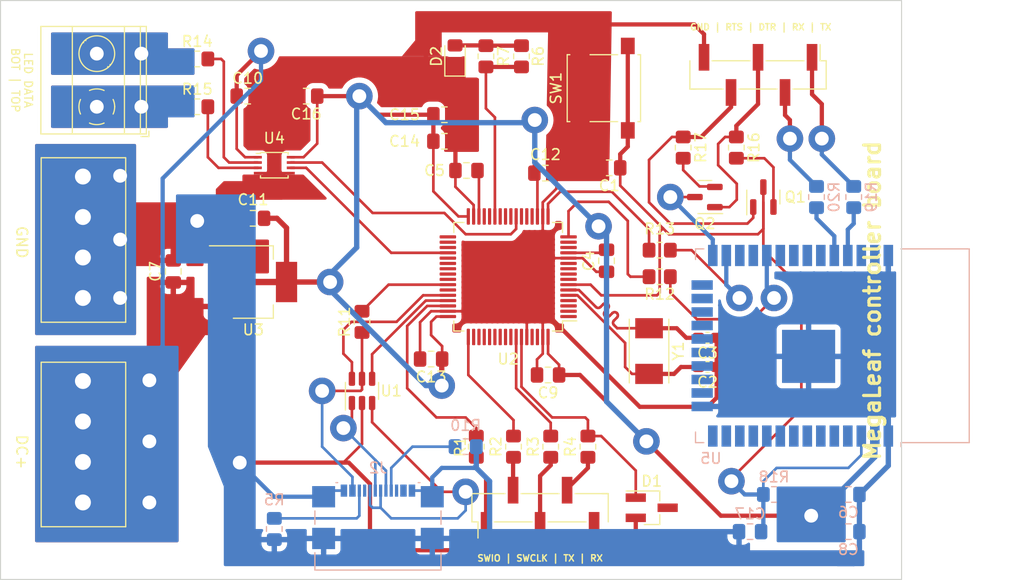
<source format=kicad_pcb>
(kicad_pcb (version 20211014) (generator pcbnew)
  (layers (0 "F.Cu" signal) (31 "B.Cu" signal) (34 "B.Paste" user) (35 "F.Paste" user) (36 "B.SilkS" user "B.Silkscreen") (37 "F.SilkS" user "F.Silkscreen") (38 "B.Mask" user) (39 "F.Mask" user) (44 "Edge.Cuts" user))
  (net 0 "")
  (net 1 "GND")
  (net 2 "Net-(C2-Pad2)")
  (net 3 "Net-(C3-Pad2)")
  (net 4 "+3.3V")
  (net 5 "Net-(C5-Pad1)")
  (net 6 "+5V")
  (net 7 "/ST_DBG_RX")
  (net 8 "Net-(D2-Pad2)")
  (net 9 "Net-(J1-Pad1)")
  (net 10 "Net-(J1-Pad2)")
  (net 11 "Net-(J1-Pad3)")
  (net 12 "Net-(J1-Pad4)")
  (net 13 "/USB_VBUS")
  (net 14 "Net-(J2-PadA5)")
  (net 15 "/USB_DP")
  (net 16 "/USB_DM")
  (net 18 "Net-(J2-PadB5)")
  (net 20 "/Power supply and LED strip connection/DL_TX")
  (net 21 "/Power supply and LED strip connection/DL_RX")
  (net 22 "/Power supply and LED strip connection/DL_DTR")
  (net 23 "/Power supply and LED strip connection/DL_RTS")
  (net 24 "Net-(Q1-Pad2)")
  (net 25 "Net-(Q2-Pad2)")
  (net 26 "/Power supply and LED strip connection/BOOT")
  (net 27 "/ST_SWDIO")
  (net 28 "/ST_SWCLK")
  (net 29 "/ST_DBG_TX")
  (net 30 "Net-(J2-PadA6)")
  (net 31 "Net-(J2-PadA7)")
  (net 32 "/STATUS_LED")
  (net 33 "Net-(R14-Pad2)")
  (net 57 "/USB_VBUS_DET")
  (net 90 "CMN_RESET")
  (net 93 "ST_ESP_TX")
  (net 100 "Net-(R15-Pad2)")
  (net 101 "Net-(R19-Pad1)")
  (net 102 "Net-(R20-Pad1)")
  (net 103 "ST_ESP_RX")
  (net 104 "MCU_LDAT_TOP")
  (net 105 "MCU_LDAT_BTM")
  (net 106 "Net-(R12-Pad2)")
  (net 107 "Net-(R13-Pad2)")
  (net 110 "Net-(J3-Pad1)")
  (net 111 "Net-(J3-Pad2)")
  (footprint "Resistor_SMD:R_0805_2012Metric_Pad1.20x1.40mm_HandSolder" (layer "F.Cu") (at 84 88.5 90)
    (fp_text reference "R4")
    (fp_text value "150")
  )
  (footprint "Resistor_SMD:R_0805_2012Metric_Pad1.20x1.40mm_HandSolder" (layer "F.Cu") (at 47.25 52)
    (fp_text reference "R14")
    (fp_text value "150")
  )
  (footprint "Resistor_SMD:R_0805_2012Metric_Pad1.20x1.40mm_HandSolder" (layer "F.Cu") (at 73.5 88.5 90)
    (fp_text reference "R1")
    (fp_text value "150")
  )
  (footprint "Diode_SMD:D_0805_2012Metric_Pad1.15x1.40mm_HandSolder" (layer "F.Cu") (at 71.5 51.75 90)
    (fp_text reference "D2")
    (fp_text value "LED_RED")
  )
  (footprint "Capacitor_SMD:C_0805_2012Metric_Pad1.18x1.45mm_HandSolder" (layer "F.Cu") (at 70.5 59.75)
    (fp_text reference "C14")
    (fp_text value "100nF")
  )
  (footprint "Capacitor_SMD:C_0805_2012Metric_Pad1.18x1.45mm_HandSolder" (layer "F.Cu") (at 45 72 90)
    (fp_text reference "C7")
    (fp_text value "100nF")
  )
  (footprint "Connector_PinHeader_2.54mm:PinHeader_1x05_P2.54mm_Vertical_SMD_Pin1Left" (layer "F.Cu") (at 100 53.5 -90)
    (fp_text reference "J4" hide)
    (fp_text value "ESP32_Flash")
  )
  (footprint "Package_TO_SOT_SMD:SOT-223-3_TabPin2" (layer "F.Cu") (at 52.5 73)
    (fp_text reference "U3")
    (fp_text value "LD1117S33TR_SOT223")
  )
  (footprint "Capacitor_SMD:C_0805_2012Metric_Pad1.18x1.45mm_HandSolder" (layer "F.Cu") (at 80 62.75)
    (fp_text reference "C12")
    (fp_text value "100nF")
  )
  (footprint "Resistor_SMD:R_0805_2012Metric_Pad1.20x1.40mm_HandSolder" (layer "F.Cu") (at 77 88.5 90)
    (fp_text reference "R2")
    (fp_text value "150")
  )
  (footprint "Capacitor_SMD:C_0805_2012Metric_Pad1.18x1.45mm_HandSolder" (layer "F.Cu") (at 57.5 55.5 180)
    (fp_text reference "C16")
    (fp_text value "0.1uF")
  )
  (footprint "Capacitor_SMD:C_0805_2012Metric_Pad1.18x1.45mm_HandSolder" (layer "F.Cu") (at 52 55.5)
    (fp_text reference "C10")
    (fp_text value "0.1uF")
  )
  (footprint "Resistor_SMD:R_0805_2012Metric_Pad1.20x1.40mm_HandSolder" (layer "F.Cu") (at 90.75 70 180)
    (fp_text reference "R13")
    (fp_text value "150")
  )
  (footprint "Capacitor_SMD:C_0805_2012Metric_Pad1.18x1.45mm_HandSolder" (layer "F.Cu") (at 72.575 62.5 180)
    (fp_text reference "C5")
    (fp_text value "4.7uF")
  )
  (footprint "Capacitor_SMD:C_0805_2012Metric_Pad1.18x1.45mm_HandSolder" (layer "F.Cu") (at 69.25 80.25 180)
    (fp_text reference "C13")
    (fp_text value "100nF")
  )
  (footprint "Package_TO_SOT_SMD:SOT-23" (layer "F.Cu") (at 95 65 180)
    (fp_text reference "Q2")
    (fp_text value "BSS4130")
  )
  (footprint "Button_Switch_SMD:SW_SPST_B3S-1000" (layer "F.Cu") (at 85.5 54.75 90)
    (fp_text reference "SW1")
    (fp_text value "RST")
  )
  (footprint "Resistor_SMD:R_0805_2012Metric_Pad1.20x1.40mm_HandSolder" (layer "F.Cu") (at 80.5 88.5 90)
    (fp_text reference "R3")
    (fp_text value "150")
  )
  (footprint "Resistor_SMD:R_0805_2012Metric_Pad1.20x1.40mm_HandSolder" (layer "F.Cu") (at 47.25 56.5)
    (fp_text reference "R15")
    (fp_text value "150")
  )
  (footprint "TerminalBlock_Phoenix:TerminalBlock_Phoenix_MKDS-1,5-2_1x02_P5.00mm_Horizontal" (layer "F.Cu") (at 37.805 56.5 90)
    (fp_text reference "J3" hide)
    (fp_text value "LED_DATA" hide)
  )
  (footprint "Misc_Custom:MC000020" (layer "F.Cu") (at 36.5 74.5 90)
    (fp_text reference "J6" hide)
    (fp_text value "GND")
  )
  (footprint "Resistor_SMD:R_0805_2012Metric_Pad1.20x1.40mm_HandSolder" (layer "F.Cu") (at 92.96 60.345 -90)
    (fp_text reference "R17")
    (fp_text value "10k")
  )
  (footprint "Capacitor_SMD:C_0805_2012Metric_Pad1.18x1.45mm_HandSolder" (layer "F.Cu") (at 86 62.25 180)
    (fp_text reference "C1")
    (fp_text value "0.1uF")
  )
  (footprint "Connector_PinHeader_2.54mm:PinHeader_1x05_P2.54mm_Vertical_SMD_Pin1Left" (layer "F.Cu") (at 79.5 94.25 90)
    (fp_text reference "J1" hide)
    (fp_text value "STM32_DEBUG" hide)
  )
  (footprint "Package_QFP:LQFP-64_10x10mm_P0.5mm" (layer "F.Cu") (at 76.5 72.5 180)
    (fp_text reference "U2")
    (fp_text value "STM32F401RCTx")
  )
  (footprint "Capacitor_SMD:C_0805_2012Metric_Pad1.18x1.45mm_HandSolder" (layer "F.Cu") (at 70.5 57.25)
    (fp_text reference "C15")
    (fp_text value "4.7uF")
  )
  (footprint "Misc_Custom:MC000020" (layer "F.Cu") (at 36.5 93.75 90)
    (fp_text reference "J5" hide)
    (fp_text value "DC+")
  )
  (footprint "Resistor_SMD:R_0805_2012Metric_Pad1.20x1.40mm_HandSolder" (layer "F.Cu") (at 97.96 60.345 -90)
    (fp_text reference "R16")
    (fp_text value "10k")
  )
  (footprint "Package_TO_SOT_SMD:SOT-23" (layer "F.Cu") (at 100.5 65 90)
    (fp_text reference "Q1")
    (fp_text value "BSS4130")
  )
  (footprint "Resistor_SMD:R_0805_2012Metric_Pad1.20x1.40mm_HandSolder" (layer "F.Cu") (at 90.75 72.5 180)
    (fp_text reference "R12")
    (fp_text value "150")
  )
  (footprint "Crystal:Crystal_SMD_Abracon_ABM7-2Pin_6.0x3.5mm" (layer "F.Cu") (at 89.75 79.5 -90)
    (fp_text reference "Y1")
    (fp_text value "ABM7-25.000MHZ-D2Y-T")
  )
  (footprint "Resistor_SMD:R_0805_2012Metric_Pad1.20x1.40mm_HandSolder" (layer "F.Cu") (at 74.405 51.75 -90)
    (fp_text reference "R7")
    (fp_text value "150")
  )
  (footprint "Resistor_SMD:R_0805_2012Metric_Pad1.20x1.40mm_HandSolder" (layer "F.Cu") (at 77.75 51.75 -90)
    (fp_text reference "R6")
    (fp_text value "150")
  )
  (footprint "Capacitor_SMD:C_0603_1608Metric_Pad1.08x0.95mm_HandSolder" (layer "F.Cu") (at 95.25 81 180)
    (fp_text reference "C2")
    (fp_text value "27pF")
  )
  (footprint "Package_TO_SOT_SMD:SOT-23-6" (layer "F.Cu") (at 62.75 83.25 90)
    (fp_text reference "U1")
    (fp_text value "USBLC6-2SC6")
  )
  (footprint "Capacitor_SMD:C_0805_2012Metric_Pad1.18x1.45mm_HandSolder" (layer "F.Cu") (at 80.25 81.75 180)
    (fp_text reference "C9")
    (fp_text value "100nF")
  )
  (footprint "Capacitor_SMD:C_0805_2012Metric_Pad1.18x1.45mm_HandSolder" (layer "F.Cu") (at 52.5 67 180)
    (fp_text reference "C11")
    (fp_text value "10uF")
  )
  (footprint "Capacitor_SMD:C_0603_1608Metric_Pad1.08x0.95mm_HandSolder" (layer "F.Cu") (at 95.25 78.25 180)
    (fp_text reference "C3")
    (fp_text value "27pF")
  )
  (footprint "Package_TO_SOT_SMD:SOT-23_Handsoldering" (layer "F.Cu") (at 90 94.25)
    (fp_text reference "D1")
    (fp_text value "Zener 3.3")
  )
  (footprint "Capacitor_SMD:C_0805_2012Metric_Pad1.18x1.45mm_HandSolder" (layer "F.Cu") (at 85.75 71 90)
    (fp_text reference "C4")
    (fp_text value "1uF")
  )
  (footprint "Resistor_SMD:R_0805_2012Metric_Pad1.20x1.40mm_HandSolder" (layer "F.Cu") (at 62.75 76.75 90)
    (fp_text reference "R11")
    (fp_text value "250")
  )
  (footprint "Package_SO:VSSOP-8_2.4x2.1mm_P0.5mm" (layer "F.Cu") (at 54.5 62)
    (fp_text reference "U4")
    (fp_text value "SN74LVC2T45DCUR")
  )
  (footprint "Capacitor_SMD:C_0805_2012Metric_Pad1.18x1.45mm_HandSolder" (layer "B.Cu") (at 108.5 93)
    (fp_text reference "C6")
    (fp_text value "10uF")
  )
  (footprint "RF_Module:ESP32-WROOM-32" (layer "B.Cu") (at 104 79 90)
    (fp_text reference "U5")
    (fp_text value "ESP32-WROOM-32D")
  )
  (footprint "Capacitor_SMD:C_0805_2012Metric_Pad1.18x1.45mm_HandSolder" (layer "B.Cu") (at 108.5 96.5)
    (fp_text reference "C8")
    (fp_text value "0.1uF")
  )
  (footprint "Misc_Custom:USB4110-GF-A" (layer "B.Cu") (at 64.25 96 180)
    (fp_text reference "J2")
    (fp_text value "USB_C_Receptacle_USB2.0" hide)
  )
  (footprint "Resistor_SMD:R_0805_2012Metric_Pad1.20x1.40mm_HandSolder" (layer "B.Cu") (at 109 65 90)
    (fp_text reference "R19")
    (fp_text value "150")
  )
  (footprint "Resistor_SMD:R_0805_2012Metric_Pad1.20x1.40mm_HandSolder" (layer "B.Cu") (at 72.5 88.5)
    (fp_text reference "R10")
    (fp_text value "5.1k")
  )
  (footprint "Resistor_SMD:R_0805_2012Metric_Pad1.20x1.40mm_HandSolder" (layer "B.Cu") (at 105.5 65 90)
    (fp_text reference "R20")
    (fp_text value "150")
  )
  (footprint "Capacitor_SMD:C_0805_2012Metric_Pad1.18x1.45mm_HandSolder" (layer "B.Cu") (at 99.25 96.5 180)
    (fp_text reference "C17")
    (fp_text value "0.1uF")
  )
  (footprint "Resistor_SMD:R_0805_2012Metric_Pad1.20x1.40mm_HandSolder" (layer "B.Cu") (at 101.5 93 180)
    (fp_text reference "R18")
    (fp_text value "10k")
  )
  (footprint "Resistor_SMD:R_0805_2012Metric_Pad1.20x1.40mm_HandSolder" (layer "B.Cu") (at 54.5 96.25 -90)
    (fp_text reference "R5")
    (fp_text value "5.1k")
  )
  (gr_rect (start 28.75 46.5) (end 113.5 101) (layer "Edge.Cuts") (width 0.1) (fill none))
  (gr_text "MegaLeaf controller board" (at 110.75 74.75 90) (layer "F.SilkS") (effects (font (size 1.5 1.5) (thickness 0.3))))
  (gr_text "LED DATA\nBOT | TOP" (at 30.75 54 270) (layer "F.SilkS") (effects (font (size 0.75 0.75) (thickness 0.12))))
  (gr_text "SWIO | SWCLK | TX | RX" (at 79.5 99) (layer "F.SilkS") (effects (font (size 0.6 0.6) (thickness 0.13))))
  (gr_text "GND | RTS | DTR | RX | TX" (at 100.25 49) (layer "F.SilkS") (effects (font (size 0.6 0.6) (thickness 0.13))))
  (segment (start 84.4625 62.75) (end 84.9625 62.25) (width 0.25) (layer "F.Cu") (net 1))
  (segment (start 56.4625 55.5) (end 56.4625 54.2875) (width 0.4) (layer "F.Cu") (net 1))
  (segment (start 65.25146 98.25) (end 63.5 96.49854) (width 0.4) (layer "F.Cu") (net 1))
  (segment (start 63.5 92) (end 61.5 90) (width 0.4) (layer "F.Cu") (net 1))
  (segment (start 83.75 48.75) (end 83.25 48.75) (width 0.4) (layer "F.Cu") (net 1))
  (segment (start 79 76) (end 78.25 76.75) (width 0.25) (layer "F.Cu") (net 1))
  (segment (start 71.5375 64.0375) (end 73.25 65.75) (width 0.25) (layer "F.Cu") (net 1))
  (segment (start 71.5375 57.25) (end 71.5375 59.75) (width 0.4) (layer "F.Cu") (net 1))
  (segment (start 79.2125 80.2875) (end 79.2125 81.75) (width 0.25) (layer "F.Cu") (net 1))
  (segment (start 84.9625 61.4625) (end 83.25 59.75) (width 0.4) (layer "F.Cu") (net 1))
  (segment (start 79.75 70.25) (end 79.75 76) (width 0.25) (layer "F.Cu") (net 1))
  (segment (start 70 48.75) (end 83.75 48.75) (width 0.4) (layer "F.Cu") (net 1))
  (segment (start 94.92 49.67) (end 94 48.75) (width 0.4) (layer "F.Cu") (net 1))
  (segment (start 95.25 84.75) (end 88.875 84.75) (width 0.4) (layer "F.Cu") (net 1))
  (segment (start 51.25 90) (end 60.25 90) (width 0.4) (layer "F.Cu") (net 1))
  (segment (start 81.0375 64.2125) (end 81.0375 62.75) (width 0.25) (layer "F.Cu") (net 1))
  (segment (start 82.175 70.75) (end 80.25 70.75) (width 0.25) (layer "F.Cu") (net 1))
  (segment (start 56.4625 54.2875) (end 57.975 52.775) (width 0.4) (layer "F.Cu") (net 1))
  (segment (start 83.25 48.75) (end 83.25 50) (width 0.4) (layer "F.Cu") (net 1))
  (segment (start 56.05 62.75) (end 54.75 62.75) (width 0.25) (layer "F.Cu") (net 1))
  (segment (start 57.975 52.775) (end 71.5 52.775) (width 0.4) (layer "F.Cu") (net 1))
  (segment (start 84.9625 62.25) (end 84.9625 61.4625) (width 0.4) (layer "F.Cu") (net 1))
  (segment (start 81.0375 62.75) (end 84.4625 62.75) (width 0.4) (layer "F.Cu") (net 1))
  (segment (start 80.25 70.75) (end 79.75 70.25) (width 0.25) (layer "F.Cu") (net 1))
  (segment (start 86.75 98.25) (end 88.5 96.5) (width 0.4) (layer "F.Cu") (net 1))
  (segment (start 63.5 96.49854) (end 63.5 92) (width 0.4) (layer "F.Cu") (net 1))
  (segment (start 88.5 96.5) (end 88.5 95.2) (width 0.4) (layer "F.Cu") (net 1))
  (segment (start 84.7875 72.0375) (end 83.5 70.75) (width 0.25) (layer "F.Cu") (net 1))
  (segment (start 79.75 76) (end 79.75 78.175) (width 0.25) (layer "F.Cu") (net 1))
  (segment (start 94.92 51.845) (end 94.92 49.67) (width 0.4) (layer "F.Cu") (net 1))
  (segment (start 79.75 79.75) (end 79.2125 80.2875) (width 0.25) (layer "F.Cu") (net 1))
  (segment (start 79.75 66.825) (end 79.75 65.5) (width 0.25) (layer "F.Cu") (net 1))
  (segment (start 88.875 84.75) (end 80.125 76) (width 0.4) (layer "F.Cu") (net 1))
  (segment (start 79.75 66.825) (end 79.75 70.25) (width 0.25) (layer "F.Cu") (net 1))
  (segment (start 68.75 52.775) (end 68.75 50) (width 0.4) (layer "F.Cu") (net 1))
  (segment (start 84.5 98.25) (end 86.75 98.25) (width 0.4) (layer "F.Cu") (net 1))
  (segment (start 85.75 72.0375) (end 84.7875 72.0375) (width 0.25) (layer "F.Cu") (net 1))
  (segment (start 70.825 75.75) (end 73.5 75.75) (width 0.25) (layer "F.Cu") (net 1))
  (segment (start 73.25 65.75) (end 73.25 66.825) (width 0.25) (layer "F.Cu") (net 1))
  (segment (start 84.58 98.17) (end 84.58 95.905) (width 0.4) (layer "F.Cu") (net 1))
  (segment (start 71.5375 62.5) (end 71.5375 59.75) (width 0.4) (layer "F.Cu") (net 1))
  (segment (start 52.95 62.75) (end 54.25 62.75) (width 0.25) (layer "F.Cu") (net 1))
  (segment (start 83.5 70.75) (end 82.175 70.75) (width 0.25) (layer "F.Cu") (net 1))
  (segment (start 70.825 75.75) (end 69.25 75.75) (width 0.25) (layer "F.Cu") (net 1))
  (segment (start 78.25 76.75) (end 78.25 78.175) (width 0.25) (layer "F.Cu") (net 1))
  (segment (start 96.1125 83.8875) (end 95.25 84.75) (width 0.4) (layer "F.Cu") (net 1))
  (segment (start 61.5 90) (end 60.25 90) (width 0.4) (layer "F.Cu") (net 1))
  (segment (start 83.25 50) (end 83.25 50.775) (width 0.25) (layer "F.Cu") (net 1))
  (segment (start 96.1125 81) (end 96.1125 83.8875) (width 0.4) (layer "F.Cu") (net 1))
  (segment (start 71.5375 57.25) (end 71.5375 52.8125) (width 0.4) (layer "F.Cu") (net 1))
  (segment (start 83.25 59.75) (end 83.25 58.725) (width 0.4) (layer "F.Cu") (net 1))
  (segment (start 84.5 98.25) (end 65.25146 98.25) (width 0.4) (layer "F.Cu") (net 1))
  (segment (start 79.75 78.175) (end 79.75 79.75) (width 0.25) (layer "F.Cu") (net 1))
  (segment (start 71.5375 62.5) (end 71.5375 64.0375) (width 0.25) (layer "F.Cu") (net 1))
  (segment (start 69.25 75.75) (end 68.2125 76.7875) (width 0.25) (layer "F.Cu") (net 1))
  (segment (start 80.125 76) (end 79.75 76) (width 0.25) (layer "F.Cu") (net 1))
  (segment (start 94 48.75) (end 83.75 48.75) (width 0.4) (layer "F.Cu") (net 1))
  (segment (start 96.1125 78.25) (end 96.1125 81) (width 0.4) (layer "F.Cu") (net 1))
  (segment (start 83.25 58.725) (end 83.25 50.775) (width 0.4) (layer "F.Cu") (net 1))
  (segment (start 68.2125 76.7875) (end 68.2125 80.25) (width 0.25) (layer "F.Cu") (net 1))
  (segment (start 68.75 50) (end 70 48.75) (width 0.4) (layer "F.Cu") (net 1))
  (segment (start 79.75 76) (end 79 76) (width 0.25) (layer "F.Cu") (net 1))
  (segment (start 62.75 88.25) (end 62.75 84.3875) (width 0.25) (layer "F.Cu") (net 1))
  (segment (start 60.25 90) (end 61 90) (width 0.25) (layer "F.Cu") (net 1))
  (segment (start 61 90) (end 62.75 88.25) (width 0.25) (layer "F.Cu") (net 1))
  (segment (start 84.5 98.25) (end 84.58 98.17) (width 0.4) (layer "F.Cu") (net 1))
  (segment (start 79.75 65.5) (end 81.0375 64.2125) (width 0.25) (layer "F.Cu") (net 1))
  (via (at 40 74.5) (size 2.5) (drill 1.3) (layers "F.Cu" "B.Cu") (net 1))
  (via (at 47.25 67.25) (size 2.5) (drill 1.3) (layers "F.Cu" "B.Cu") (net 1))
  (via (at 51.25 90) (size 2.5) (drill 1.3) (layers "F.Cu" "B.Cu") (net 1))
  (via (at 40 63) (size 2.5) (drill 1.3) (layers "F.Cu" "B.Cu") (net 1))
  (via (at 40 69) (size 2.5) (drill 1.3) (layers "F.Cu" "B.Cu") (net 1))
  (segment (start 70.25 90.5) (end 73.25 90.5) (width 0.4) (layer "B.Cu") (net 1))
  (segment (start 74.75 96.75) (end 74.75 91.75) (width 0.5) (layer "B.Cu") (net 1))
  (segment (start 59.14 93.2122) (end 54.4622 93.2122) (width 0.4) (layer "B.Cu") (net 1))
  (segment (start 47.25 67.25) (end 50 70) (width 0.4) (layer "B.Cu") (net 1))
  (segment (start 54.4622 93.2122) (end 51.25 90) (width 0.4) (layer "B.Cu") (net 1))
  (segment (start 51.25 90) (end 51.2878 89.9622) (width 0.4) (layer "B.Cu") (net 1))
  (segment (start 69.36 92.39) (end 69.36 91.39) (width 0.4) (layer "B.Cu") (net 1))
  (segment (start 112.255 75.995) (end 108.25 80) (width 0.5) (layer "B.Cu") (net 1))
  (segment (start 109 99.5) (end 107.5 99.5) (width 0.5) (layer "B.Cu") (net 1))
  (segment (start 108.25 80) (end 104.755 80) (width 0.5) (layer "B.Cu") (net 1))
  (segment (start 50 88.75) (end 51.25 90) (width 0.4) (layer "B.Cu") (net 1))
  (segment (start 108.5 80) (end 112.255 83.755) (width 0.5) (layer "B.Cu") (net 1))
  (segment (start 50 70) (end 50 88.75) (width 0.4) (layer "B.Cu") (net 1))
  (segment (start 73.5 90.5) (end 73.5 88.75) (width 0.5) (layer "B.Cu") (net 1))
  (segment (start 112.255 83.755) (end 112.255 87.5) (width 0.5) (layer "B.Cu") (net 1))
  (segment (start 109.5375 96.5) (end 109.5375 93) (width 0.5) (layer "B.Cu") (net 1))
  (segment (start 74.75 91.75) (end 73.5 90.5) (width 0.5) (layer "B.Cu") (net 1))
  (segment (start 109.5375 96.5) (end 109.5375 98.9625) (width 0.5) (layer "B.Cu") (net 1))
  (segment (start 69.36 91.39) (end 70.25 90.5) (width 0.4) (layer "B.Cu") (net 1))
  (segment (start 112.255 90.2825) (end 112.255 87.5) (width 0.5) (layer "B.Cu") (net 1))
  (segment (start 109.5375 98.9625) (end 109 99.5) (width 0.5) (layer "B.Cu") (net 1))
  (segment (start 109.5375 93) (end 112.255 90.2825) (width 0.5) (layer "B.Cu") (net 1))
  (segment (start 104.755 80) (end 108.5 80) (width 0.5) (layer "B.Cu") (net 1))
  (segment (start 112.255 70.5) (end 112.255 75.995) (width 0.5) (layer "B.Cu") (net 1))
  (segment (start 73.25 90.5) (end 73.5 90.25) (width 0.4) (layer "B.Cu") (net 1))
  (segment (start 67.450001 92.6372) (end 68.785 92.6372) (width 0.25) (layer "B.Cu") (net 1))
  (segment (start 61.050001 92.6372) (end 59.715 92.6372) (width 0.25) (layer "B.Cu") (net 1))
  (segment (start 87.5 81) (end 88.15 81.65) (width 0.25) (layer "F.Cu") (net 2))
  (segment (start 92.75 81) (end 94.3875 81) (width 0.4) (layer "F.Cu") (net 2))
  (segment (start 89.75 81.65) (end 92.1 81.65) (width 0.4) (layer "F.Cu") (net 2))
  (segment (start 87.5 78.734315) (end 87.5 81) (width 0.25) (layer "F.Cu") (net 2))
  (segment (start 92.1 81.65) (end 92.75 81) (width 0.4) (layer "F.Cu") (net 2))
  (segment (start 83.015685 74.25) (end 87.5 78.734315) (width 0.25) (layer "F.Cu") (net 2))
  (segment (start 88.15 81.65) (end 89.75 81.65) (width 0.25) (layer "F.Cu") (net 2))
  (segment (start 82.175 74.25) (end 83.015685 74.25) (width 0.25) (layer "F.Cu") (net 2))
  (segment (start 93.25 78.25) (end 92.35 77.35) (width 0.4) (layer "F.Cu") (net 3))
  (segment (start 86.303237 75.923968) (end 86.303237 75.923969) (width 0.25) (layer "F.Cu") (net 3))
  (segment (start 94.3875 78.25) (end 93.25 78.25) (width 0.4) (layer "F.Cu") (net 3))
  (segment (start 83.152081 73.75) (end 82.175 73.75) (width 0.25) (layer "F.Cu") (net 3))
  (segment (start 85.454708 75.075439) (end 85.454708 75.07544) (width 0.25) (layer "F.Cu") (net 3))
  (segment (start 86.45104 76.624695) (end 86.451041 76.624695) (width 0.25) (layer "F.Cu") (net 3))
  (segment (start 85.602511 75.776166) (end 85.602512 75.776166) (width 0.25) (layer "F.Cu") (net 3))
  (segment (start 85.602512 75.776166) (end 85.878973 75.499704) (width 0.25) (layer "F.Cu") (net 3))
  (segment (start 86.451041 76.624695) (end 86.727502 76.348233) (width 0.25) (layer "F.Cu") (net 3))
  (segment (start 89.75 77.35) (end 86.752081 77.35) (width 0.25) (layer "F.Cu") (net 3))
  (segment (start 92.35 77.35) (end 89.75 77.35) (width 0.4) (layer "F.Cu") (net 3))
  (segment (start 86.303237 75.923969) (end 86.026775 76.20043) (width 0.25) (layer "F.Cu") (net 3))
  (segment (start 86.752081 77.35) (end 86.451041 77.04896) (width 0.25) (layer "F.Cu") (net 3))
  (segment (start 85.602511 76.20043) (end 85.602512 76.200431) (width 0.25) (layer "F.Cu") (net 3))
  (segment (start 85.454708 75.07544) (end 85.178246 75.351901) (width 0.25) (layer "F.Cu") (net 3))
  (segment (start 84.753982 75.351901) (end 84.753983 75.351902) (width 0.25) (layer "F.Cu") (net 3))
  (segment (start 84.753983 75.351902) (end 83.152081 73.75) (width 0.25) (layer "F.Cu") (net 3))
  (arc (start 85.878973 75.07544) (mid 85.666841 74.987571) (end 85.454708 75.075439) (width 0.25) (layer "F.Cu") (net 3))
  (arc (start 86.026775 76.20043) (mid 85.814643 76.288298) (end 85.602511 76.20043) (width 0.25) (layer "F.Cu") (net 3))
  (arc (start 85.178246 75.351901) (mid 84.966114 75.439769) (end 84.753982 75.351901) (width 0.25) (layer "F.Cu") (net 3))
  (arc (start 86.451041 77.04896) (mid 86.363172 76.836828) (end 86.45104 76.624695) (width 0.25) (layer "F.Cu") (net 3))
  (arc (start 85.602512 76.200431) (mid 85.514643 75.988299) (end 85.602511 75.776166) (width 0.25) (layer "F.Cu") (net 3))
  (arc (start 86.727502 76.348233) (mid 86.81537 76.136101) (end 86.727502 75.923969) (width 0.25) (layer "F.Cu") (net 3))
  (arc (start 85.878973 75.499704) (mid 85.966841 75.287572) (end 85.878973 75.07544) (width 0.25) (layer "F.Cu") (net 3))
  (arc (start 86.727502 75.923969) (mid 86.51537 75.8361) (end 86.303237 75.923968) (width 0.25) (layer "F.Cu") (net 3))
  (segment (start 69.25 78) (end 70.2875 79.0375) (width 0.25) (layer "F.Cu") (net 4))
  (segment (start 82.175 70.25) (end 85.4625 70.25) (width 0.25) (layer "F.Cu") (net 4))
  (segment (start 54.75 67) (end 55.65 67.9) (width 0.5) (layer "F.Cu") (net 4))
  (segment (start 81.2875 80.7875) (end 81.2875 81.75) (width 0.25) (layer "F.Cu") (net 4))
  (segment (start 58.5375 59.9625) (end 58.5375 55.5) (width 0.25) (layer "F.Cu") (net 4))
  (segment (start 59.75 73) (end 55.65 73) (width 0.5) (layer "F.Cu") (net 4))
  (segment (start 89.5 88) (end 83.25 81.75) (width 0.4) (layer "F.Cu") (net 4))
  (segment (start 53.5375 67) (end 54.75 67) (width 0.5) (layer "F.Cu") (net 4))
  (segment (start 71.825 66.825) (end 72.75 66.825) (width 0.25) (layer "F.Cu") (net 4))
  (segment (start 69.75 76.25) (end 69.25 76.75) (width 0.25) (layer "F.Cu") (net 4))
  (segment (start 49.35 73) (end 55.65 73) (width 0.6) (layer "F.Cu") (net 4))
  (segment (start 69.4625 59.75) (end 69.4625 64.4625) (width 0.25) (layer "F.Cu") (net 4))
  (segment (start 58.5375 55.5) (end 62.5 55.5) (width 0.4) (layer "F.Cu") (net 4))
  (segment (start 70.25 80.2875) (end 70.2875 80.25) (width 0.5) (layer "F.Cu") (net 4))
  (segment (start 85 67.75) (end 85.75 68.5) (width 0.4) (layer "F.Cu") (net 4))
  (segment (start 70.825 76.25) (end 69.75 76.25) (width 0.25) (layer "F.Cu") (net 4))
  (segment (start 69.25 76.75) (end 69.25 78) (width 0.25) (layer "F.Cu") (net 4))
  (segment (start 85.75 68.5) (end 85.75 69.9625) (width 0.4) (layer "F.Cu") (net 4))
  (segment (start 80.25 78.175) (end 80.25 79.75) (width 0.25) (layer "F.Cu") (net 4))
  (segment (start 70.25 82.75) (end 70.25 80.2875) (width 0.5) (layer "F.Cu") (net 4))
  (segment (start 62.5 55.5) (end 64.25 57.25) (width 0.4) (layer "F.Cu") (net 4))
  (segment (start 69.4625 57.25) (end 69.4625 59.75) (width 0.4) (layer "F.Cu") (net 4))
  (segment (start 69.4625 64.4625) (end 71.825 66.825) (width 0.25) (layer "F.Cu") (net 4))
  (segment (start 83.25 81.75) (end 81.2875 81.75) (width 0.4) (layer "F.Cu") (net 4))
  (segment (start 56.05 61.25) (end 57.25 61.25) (width 0.25) (layer "F.Cu") (net 4))
  (segment (start 79 57.75) (end 79 62.7125) (width 0.4) (layer "F.Cu") (net 4))
  (segment (start 96.5 95) (end 89.5 88) (width 0.4) (layer "F.Cu") (net 4))
  (segment (start 55.65 67.9) (end 55.65 73) (width 0.5) (layer "F.Cu") (net 4))
  (segment (start 57.25 61.25) (end 58.5375 59.9625) (width 0.25) (layer "F.Cu") (net 4))
  (segment (start 80.25 79.75) (end 81.2875 80.7875) (width 0.25) (layer "F.Cu") (net 4))
  (segment (start 70.2875 79.0375) (end 70.2875 80.25) (width 0.25) (layer "F.Cu") (net 4))
  (segment (start 105 95) (end 96.5 95) (width 0.4) (layer "F.Cu") (net 4))
  (segment (start 64.25 57.25) (end 69.4625 57.25) (width 0.4) (layer "F.Cu") (net 4))
  (segment (start 79.25 63.0375) (end 79.25 66.825) (width 0.25) (layer "F.Cu") (net 4))
  (via (at 62.5 55.5) (size 2.5) (drill 1.3) (layers "F.Cu" "B.Cu") (net 4))
  (via (at 79 57.75) (size 2.5) (drill 1.3) (layers "F.Cu" "B.Cu") (net 4))
  (via (at 59.75 73) (size 2.5) (drill 1.3) (layers "F.Cu" "B.Cu") (net 4))
  (via (at 105 95) (size 2.5) (drill 1.3) (layers "F.Cu" "B.Cu") (net 4))
  (via (at 70.25 82.75) (size 2.5) (drill 1.3) (layers "F.Cu" "B.Cu") (net 4))
  (via (at 85 67.75) (size 2.5) (drill 1.3) (layers "F.Cu" "B.Cu") (net 4))
  (via (at 89.5 88) (size 2.5) (drill 1.3) (layers "F.Cu" "B.Cu") (net 4))
  (segment (start 107.4625 93) (end 107.4625 96.5) (width 0.5) (layer "B.Cu") (net 4))
  (segment (start 85.75 68.5) (end 85.75 84.25) (width 0.5) (layer "B.Cu") (net 4))
  (segment (start 62.5 55.5) (end 65 58) (width 0.5) (layer "B.Cu") (net 4))
  (segment (start 105 94.5) (end 106.5 93) (width 0.5) (layer "B.Cu") (net 4))
  (segment (start 78.75 58) (end 79 57.75) (width 0.4) (layer "B.Cu") (net 4))
  (segment (start 65 58) (end 78.75 58) (width 0.5) (layer "B.Cu") (net 4))
  (segment (start 107.4625 93) (end 110.985 89.4775) (width 0.5) (layer "B.Cu") (net 4))
  (segment (start 110.985 89.4775) (end 110.985 87.5) (width 0.5) (layer "B.Cu") (net 4))
  (segment (start 79 61.75) (end 85.75 68.5) (width 0.5) (layer "B.Cu") (net 4))
  (segment (start 102.5 93) (end 107.4625 93) (width 0.5) (layer "B.Cu") (net 4))
  (segment (start 59.75 72.25) (end 62.25 69.75) (width 0.5) (layer "B.Cu") (net 4))
  (segment (start 68.75 82.75) (end 59.75 73.75) (width 0.5) (layer "B.Cu") (net 4))
  (segment (start 79 57.75) (end 79 61.75) (width 0.5) (layer "B.Cu") (net 4))
  (segment (start 70.25 82.75) (end 68.75 82.75) (width 0.5) (layer "B.Cu") (net 4))
  (segment (start 59.75 73.75) (end 59.75 73) (width 0.5) (layer "B.Cu") (net 4))
  (segment (start 59.75 73) (end 59.75 72.25) (width 0.5) (layer "B.Cu") (net 4))
  (segment (start 62.25 69.75) (end 62.25 55.75) (width 0.5) (layer "B.Cu") (net 4))
  (segment (start 62.25 55.75) (end 62.5 55.5) (width 0.4) (layer "B.Cu") (net 4))
  (segment (start 105 95) (end 105 94.5) (width 0.5) (layer "B.Cu") (net 4))
  (segment (start 106.5 93) (end 107.4625 93) (width 0.5) (layer "B.Cu") (net 4))
  (segment (start 85.75 84.25) (end 89.5 88) (width 0.5) (layer "B.Cu") (net 4))
  (segment (start 73.75 66.825) (end 73.75 62.6375) (width 0.25) (layer "F.Cu") (net 5))
  (segment (start 51.75 61.25) (end 50.9625 60.4625) (width 0.25) (layer "F.Cu") (net 6))
  (segment (start 50.9625 53.5375) (end 53.25 51.25) (width 0.4) (layer "F.Cu") (net 6))
  (segment (start 50.9625 60.4625) (end 50.9625 55.5) (width 0.25) (layer "F.Cu") (net 6))
  (segment (start 50.9625 55.5) (end 50.9625 53.5375) (width 0.4) (layer "F.Cu") (net 6))
  (segment (start 52.95 61.25) (end 51.75 61.25) (width 0.25) (layer "F.Cu") (net 6))
  (via (at 53.25 51.25) (size 2.5) (drill 1.3) (layers "F.Cu" "B.Cu") (net 6))
  (via (at 42.75 82.25) (size 2.5) (drill 1.3) (layers "F.Cu" "B.Cu") (net 6))
  (via (at 42.75 93.75) (size 2.5) (drill 1.3) (layers "F.Cu" "B.Cu") (net 6))
  (via (at 42.75 88) (size 2.5) (drill 1.3) (layers "F.Cu" "B.Cu") (net 6))
  (segment (start 44 79) (end 44 63.25) (width 0.4) (layer "B.Cu") (net 6))
  (segment (start 44 63.25) (end 53.25 54) (width 0.4) (layer "B.Cu") (net 6))
  (segment (start 42.75 82.25) (end 42.75 80.25) (width 0.4) (layer "B.Cu") (net 6))
  (segment (start 53.25 54) (end 53.25 51.25) (width 0.4) (layer "B.Cu") (net 6))
  (segment (start 42.75 80.25) (end 44 79) (width 0.4) (layer "B.Cu") (net 6))
  (segment (start 83.75 85.75) (end 84 86) (width 0.25) (layer "F.Cu") (net 7))
  (segment (start 84 86) (end 84 87.5) (width 0.25) (layer "F.Cu") (net 7))
  (segment (start 80.636396 85.75) (end 83.75 85.75) (width 0.25) (layer "F.Cu") (net 7))
  (segment (start 85.25 87.5) (end 84 87.5) (width 0.25) (layer "F.Cu") (net 7))
  (segment (start 88.5 93.3) (end 88.5 90.75) (width 0.25) (layer "F.Cu") (net 7))
  (segment (start 77.75 82.863604) (end 80.636396 85.75) (width 0.25) (layer "F.Cu") (net 7))
  (segment (start 77.75 78.175) (end 77.75 82.863604) (width 0.25) (layer "F.Cu") (net 7))
  (segment (start 88.5 90.75) (end 85.25 87.5) (width 0.25) (layer "F.Cu") (net 7))
  (segment (start 74.405 50.75) (end 77.75 50.75) (width 0.4) (layer "F.Cu") (net 8))
  (segment (start 71.5 50.725) (end 74.38 50.725) (width 0.4) (layer "F.Cu") (net 8))
  (segment (start 73.5 90.5) (end 73.5 89.5) (width 0.4) (layer "F.Cu") (net 9))
  (segment (start 74.42 91.42) (end 73.5 90.5) (width 0.4) (layer "F.Cu") (net 9))
  (segment (start 74.42 95.905) (end 74.42 91.42) (width 0.4) (layer "F.Cu") (net 9))
  (segment (start 76.96 89.54) (end 76.96 92.595) (width 0.4) (layer "F.Cu") (net 10))
  (segment (start 79.5 95.905) (end 79.5 91.25) (width 0.4) (layer "F.Cu") (net 11))
  (segment (start 80.5 90.25) (end 80.5 89.5) (width 0.4) (layer "F.Cu") (net 11))
  (segment (start 79.5 91.25) (end 80.5 90.25) (width 0.4) (layer "F.Cu") (net 11))
  (segment (start 82.04 92.46) (end 84 90.5) (width 0.4) (layer "F.Cu") (net 12))
  (segment (start 84 90.5) (end 84 89.5) (width 0.4) (layer "F.Cu") (net 12))
  (segment (start 59 83.25) (end 62.625 83.25) (width 0.25) (layer "F.Cu") (net 13))
  (segment (start 62.625 83.25) (end 62.75 83.125) (width 0.25) (layer "F.Cu") (net 13))
  (segment (start 62.75 77.75) (end 62.75 82.1125) (width 0.25) (layer "F.Cu") (net 13))
  (segment (start 62.75 83.125) (end 62.75 82.1125) (width 0.25) (layer "F.Cu") (net 13))
  (via (at 59 83.25) (size 2.5) (drill 1.3) (layers "F.Cu" "B.Cu") (net 13))
  (segment (start 59 88.5) (end 61.85 91.35) (width 0.25) (layer "B.Cu") (net 13))
  (segment (start 61.85 91.35) (end 61.85 92.6372) (width 0.25) (layer "B.Cu") (net 13))
  (segment (start 59 83.25) (end 59 88.5) (width 0.25) (layer "B.Cu") (net 13))
  (segment (start 71.25 88.5) (end 67.5 88.5) (width 0.25) (layer "B.Cu") (net 14))
  (segment (start 67.5 88.5) (end 65.5 90.5) (width 0.25) (layer "B.Cu") (net 14))
  (segment (start 65.5 90.5) (end 65.5 92.6372) (width 0.25) (layer "B.Cu") (net 14))
  (segment (start 63.7 82.1125) (end 63.7 79.8) (width 0.25) (layer "F.Cu") (net 15))
  (segment (start 68.75 74.75) (end 70.825 74.75) (width 0.25) (layer "F.Cu") (net 15))
  (segment (start 63.7 79.8) (end 68.75 74.75) (width 0.25) (layer "F.Cu") (net 15))
  (segment (start 68.5 74.25) (end 66 76.75) (width 0.25) (layer "F.Cu") (net 16))
  (segment (start 70.825 74.25) (end 68.5 74.25) (width 0.25) (layer "F.Cu") (net 16))
  (segment (start 61 77.5) (end 61 79.75) (width 0.25) (layer "F.Cu") (net 16))
  (segment (start 61.8 80.55) (end 61.8 82.1125) (width 0.25) (layer "F.Cu") (net 16))
  (segment (start 66 76.75) (end 61.75 76.75) (width 0.25) (layer "F.Cu") (net 16))
  (segment (start 61.75 76.75) (end 61 77.5) (width 0.25) (layer "F.Cu") (net 16))
  (segment (start 61 79.75) (end 61.8 80.55) (width 0.25) (layer "F.Cu") (net 16))
  (segment (start 62.500001 94.999999) (end 62.25 95.25) (width 0.25) (layer "B.Cu") (net 18))
  (segment (start 62.25 95.25) (end 54.75 95.25) (width 0.25) (layer "B.Cu") (net 18))
  (segment (start 62.500001 92.6372) (end 62.500001 94.999999) (width 0.25) (layer "B.Cu") (net 18))
  (segment (start 106 59.5) (end 106 56.25) (width 0.4) (layer "F.Cu") (net 20))
  (segment (start 106 56.25) (end 105.08 55.33) (width 0.4) (layer "F.Cu") (net 20))
  (segment (start 105.08 55.33) (end 105.08 51.845) (width 0.4) (layer "F.Cu") (net 20))
  (via (at 106 59.5) (size 2.5) (drill 1.3) (layers "F.Cu" "B.Cu") (net 20))
  (segment (start 106 61) (end 106 59.5) (width 0.4) (layer "B.Cu") (net 20))
  (segment (start 109 64) (end 106 61) (width 0.4) (layer "B.Cu") (net 20))
  (segment (start 102.54 57.29) (end 102.54 55.155) (width 0.4) (layer "F.Cu") (net 21))
  (segment (start 103 57.75) (end 102.54 57.29) (width 0.4) (layer "F.Cu") (net 21))
  (segment (start 103 59.5) (end 103 57.75) (width 0.4) (layer "F.Cu") (net 21))
  (via (at 103 59.5) (size 2.5) (drill 1.3) (layers "F.Cu" "B.Cu") (net 21))
  (segment (start 105.5 64) (end 103 61.5) (width 0.4) (layer "B.Cu") (net 21))
  (segment (start 103 61.5) (end 103 59.5) (width 0.4) (layer "B.Cu") (net 21))
  (segment (start 97.96 58.29) (end 100 56.25) (width 0.4) (layer "F.Cu") (net 22))
  (segment (start 98 65.25) (end 97.3 65.95) (width 0.25) (layer "F.Cu") (net 22))
  (segment (start 97.3 65.95) (end 95.9375 65.95) (width 0.25) (layer "F.Cu") (net 22))
  (segment (start 96.905 59.345) (end 96.25 60) (width 0.25) (layer "F.Cu") (net 22))
  (segment (start 96.25 60) (end 96.25 62) (width 0.25) (layer "F.Cu") (net 22))
  (segment (start 100 56.25) (end 100 51.845) (width 0.4) (layer "F.Cu") (net 22))
  (segment (start 97.96 59.345) (end 96.905 59.345) (width 0.25) (layer "F.Cu") (net 22))
  (segment (start 96.25 62) (end 98 63.75) (width 0.25) (layer "F.Cu") (net 22))
  (segment (start 97.96 59.345) (end 97.96 58.29) (width 0.4) (layer "F.Cu") (net 22))
  (segment (start 98 63.75) (end 98 65.25) (width 0.25) (layer "F.Cu") (net 22))
  (segment (start 94.655 59.345) (end 92.96 59.345) (width 0.4) (layer "F.Cu") (net 23))
  (segment (start 92.96 59.345) (end 91.905 59.345) (width 0.25) (layer "F.Cu") (net 23))
  (segment (start 99.55 66.95) (end 99.55 65.9375) (width 0.25) (layer "F.Cu") (net 23))
  (segment (start 91.75 67.5) (end 99 67.5) (width 0.25) (layer "F.Cu") (net 23))
  (segment (start 97.46 56.54) (end 94.655 59.345) (width 0.4) (layer "F.Cu") (net 23))
  (segment (start 99 67.5) (end 99.55 66.95) (width 0.25) (layer "F.Cu") (net 23))
  (segment (start 97.46 55.155) (end 97.46 56.54) (width 0.4) (layer "F.Cu") (net 23))
  (segment (start 89.75 61.5) (end 89.75 65.5) (width 0.25) (layer "F.Cu") (net 23))
  (segment (start 89.75 65.5) (end 91.75 67.5) (width 0.25) (layer "F.Cu") (net 23))
  (segment (start 91.905 59.345) (end 89.75 61.5) (width 0.25) (layer "F.Cu") (net 23))
  (segment (start 101.45 62.2) (end 101.45 65.9375) (width 0.25) (layer "F.Cu") (net 24))
  (segment (start 100.595 61.345) (end 101.45 62.2) (width 0.25) (layer "F.Cu") (net 24))
  (segment (start 97.96 61.345) (end 100.595 61.345) (width 0.25) (layer "F.Cu") (net 24))
  (segment (start 92.96 62.46) (end 92.96 61.345) (width 0.25) (layer "F.Cu") (net 25))
  (segment (start 94.5 64) (end 92.96 62.46) (width 0.25) (layer "F.Cu") (net 25))
  (segment (start 95.8875 64) (end 94.5 64) (width 0.25) (layer "F.Cu") (net 25))
  (segment (start 91.75 65) (end 94.0625 65) (width 0.25) (layer "F.Cu") (net 26))
  (via (at 91.75 65) (size 2.5) (drill 1.3) (layers "F.Cu" "B.Cu") (net 26))
  (segment (start 95.745 70.5) (end 95.745 68.995) (width 0.4) (layer "B.Cu") (net 26))
  (segment (start 95.745 68.995) (end 91.75 65) (width 0.4) (layer "B.Cu") (net 26))
  (segment (start 70.825 75.25) (end 68.886396 75.25) (width 0.25) (layer "F.Cu") (net 27))
  (segment (start 68.886396 75.25) (end 67 77.136396) (width 0.25) (layer "F.Cu") (net 27))
  (segment (start 67 77.136396) (end 67 83) (width 0.25) (layer "F.Cu") (net 27))
  (segment (start 67 83) (end 69.75 85.75) (width 0.25) (layer "F.Cu") (net 27))
  (segment (start 73.5 86.75) (end 73.5 87.5) (width 0.25) (layer "F.Cu") (net 27))
  (segment (start 69.75 85.75) (end 72.5 85.75) (width 0.25) (layer "F.Cu") (net 27))
  (segment (start 72.5 85.75) (end 73.5 86.75) (width 0.25) (layer "F.Cu") (net 27))
  (segment (start 72.75 78.175) (end 72.75 81.75) (width 0.25) (layer "F.Cu") (net 28))
  (segment (start 72.75 81.75) (end 77 86) (width 0.25) (layer "F.Cu") (net 28))
  (segment (start 77 86) (end 77 87.5) (width 0.25) (layer "F.Cu") (net 28))
  (segment (start 80.5 86.25) (end 80.5 87.5) (width 0.25) (layer "F.Cu") (net 29))
  (segment (start 77.25 83) (end 80.5 86.25) (width 0.25) (layer "F.Cu") (net 29))
  (segment (start 77.25 78.175) (end 77.25 83) (width 0.25) (layer "F.Cu") (net 29))
  (segment (start 70.25 92.75) (end 63.7 86.2) (width 0.25) (layer "F.Cu") (net 30))
  (segment (start 63.7 86.2) (end 63.7 84.3875) (width 0.25) (layer "F.Cu") (net 30))
  (segment (start 72.5 92.75) (end 70.25 92.75) (width 0.25) (layer "F.Cu") (net 30))
  (via (at 72.5 92.75) (size 2.5) (drill 1.3) (layers "F.Cu" "B.Cu") (net 30))
  (segment (start 71.75 95.25) (end 65.5 95.25) (width 0.25) (layer "B.Cu") (net 30))
  (segment (start 63.499999 93.999999) (end 63.75 94.25) (width 0.25) (layer "B.Cu") (net 30))
  (segment (start 64.5 94.25) (end 64.5 92.6372) (width 0.25) (layer "B.Cu") (net 30))
  (segment (start 72.5 92.75) (end 72.5 94.5) (width 0.25) (layer "B.Cu") (net 30))
  (segment (start 63.499999 92.6372) (end 63.499999 93.999999) (width 0.25) (layer "B.Cu") (net 30))
  (segment (start 72.5 94.5) (end 71.75 95.25) (width 0.25) (layer "B.Cu") (net 30))
  (segment (start 63.75 94.25) (end 64.5 94.25) (width 0.25) (layer "B.Cu") (net 30))
  (segment (start 65.5 95.25) (end 64.5 94.25) (width 0.25) (layer "B.Cu") (net 30))
  (segment (start 61.8 85.95) (end 61.8 84.3875) (width 0.25) (layer "F.Cu") (net 31))
  (segment (start 61 86.75) (end 61.8 85.95) (width 0.25) (layer "F.Cu") (net 31))
  (via (at 61 86.75) (size 2.5) (drill 1.3) (layers "F.Cu" "B.Cu") (net 31))
  (segment (start 64 89.75) (end 61 86.75) (width 0.25) (layer "B.Cu") (net 31))
  (segment (start 64 92.6372) (end 64 89.75) (width 0.25) (layer "B.Cu") (net 31))
  (segment (start 65.000001 90.750001) (end 64 89.75) (width 0.25) (layer "B.Cu") (net 31))
  (segment (start 65.000001 92.6372) (end 65.000001 90.750001) (width 0.25) (layer "B.Cu") (net 31))
  (segment (start 74.405 56.655) (end 74.405 52.75) (width 0.25) (layer "F.Cu") (net 32))
  (segment (start 75.25 66.825) (end 75.25 57.5) (width 0.25) (layer "F.Cu") (net 32))
  (segment (start 75.25 57.5) (end 74.405 56.655) (width 0.25) (layer "F.Cu") (net 32))
  (segment (start 74.405 52.75) (end 77.75 52.75) (width 0.4) (layer "F.Cu") (net 32))
  (segment (start 50.25 61.75) (end 52.95 61.75) (width 0.25) (layer "F.Cu") (net 33))
  (segment (start 48.5 52) (end 49.5 52) (width 0.25) (layer "F.Cu") (net 33))
  (segment (start 49.75 61.25) (end 50.25 61.75) (width 0.25) (layer "F.Cu") (net 33))
  (segment (start 49.5 52) (end 49.75 52.25) (width 0.25) (layer "F.Cu") (net 33))
  (segment (start 49.75 52.25) (end 49.75 61.25) (width 0.25) (layer "F.Cu") (net 33))
  (segment (start 62.75 75.75) (end 65.25 73.25) (width 0.25) (layer "F.Cu") (net 57))
  (segment (start 65.25 73.25) (end 70.825 73.25) (width 0.25) (layer "F.Cu") (net 57))
  (segment (start 84.25 73.25) (end 82.175 73.25) (width 0.25) (layer "F.Cu") (net 90))
  (segment (start 100.5 70) (end 100.5 65.478249) (width 0.25) (layer "F.Cu") (net 90))
  (segment (start 97.5 91.5) (end 104.075 84.925) (width 0.25) (layer "F.Cu") (net 90))
  (segment (start 90.5 74.25) (end 85.25 74.25) (width 0.25) (layer "F.Cu") (net 90))
  (segment (start 85.25 74.25) (end 84.25 73.25) (width 0.25) (layer "F.Cu") (net 90))
  (segment (start 104.075 84.925) (end 104.075 73.575) (width 0.25) (layer "F.Cu") (net 90))
  (segment (start 104.075 73.575) (end 100.5 70) (width 0.25) (layer "F.Cu") (net 90))
  (segment (start 91.063604 67.95) (end 90.75 68.263604) (width 0.25) (layer "F.Cu") (net 90))
  (segment (start 100.5 68) (end 100.5 64.0625) (width 0.25) (layer "F.Cu") (net 90))
  (segment (start 87.0375 63.923896) (end 91.063604 67.95) (width 0.25) (layer "F.Cu") (net 90))
  (segment (start 90.75 74) (end 90.5 74.25) (width 0.25) (layer "F.Cu") (net 90))
  (segment (start 87.0375 62.25) (end 87.0375 60.9625) (width 0.4) (layer "F.Cu") (net 90))
  (segment (start 87.75 60.25) (end 87.75 58.725) (width 0.4) (layer "F.Cu") (net 90))
  (segment (start 90.75 68.263604) (end 90.75 74) (width 0.25) (layer "F.Cu") (net 90))
  (segment (start 87.0375 62.25) (end 87.0375 63.923896) (width 0.25) (layer "F.Cu") (net 90))
  (segment (start 100 68.5) (end 100.5 68) (width 0.25) (layer "F.Cu") (net 90))
  (segment (start 97.5 91.75) (end 97.5 91.5) (width 0.25) (layer "F.Cu") (net 90))
  (segment (start 91.063604 67.95) (end 91.613604 68.5) (width 0.25) (layer "F.Cu") (net 90))
  (segment (start 87.0375 60.9625) (end 87.75 60.25) (width 0.4) (layer "F.Cu") (net 90))
  (segment (start 91.613604 68.5) (end 100 68.5) (width 0.25) (layer "F.Cu") (net 90))
  (segment (start 87.75 50.775) (end 87.75 58.725) (width 0.4) (layer "F.Cu") (net 90))
  (via (at 97.5 91.75) (size 2.5) (drill 1.3) (layers "F.Cu" "B.Cu") (net 90))
  (segment (start 109.715 89.285) (end 109.715 87.5) (width 0.25) (layer "B.Cu") (net 90))
  (segment (start 100.5 93) (end 100.5 96.4625) (width 0.4) (layer "B.Cu") (net 90))
  (segment (start 101.75 90.5) (end 108.5 90.5) (width 0.25) (layer "B.Cu") (net 90))
  (segment (start 100.5 91.75) (end 101.75 90.5) (width 0.25) (layer "B.Cu") (net 90))
  (segment (start 108.5 90.5) (end 109.715 89.285) (width 0.25) (layer "B.Cu") (net 90))
  (segment (start 98.75 93) (end 100.5 93) (width 0.4) (layer "B.Cu") (net 90))
  (segment (start 100.5 93) (end 100.5 91.75) (width 0.25) (layer "B.Cu") (net 90))
  (segment (start 97.5 91.75) (end 98.75 93) (width 0.4) (layer "B.Cu") (net 90))
  (segment (start 91.75 74) (end 94.25 76.5) (width 0.25) (layer "F.Cu") (net 93))
  (segment (start 99.5 76.5) (end 101.5 74.5) (width 0.25) (layer "F.Cu") (net 93))
  (segment (start 91.75 72.5) (end 91.75 74) (width 0.25) (layer "F.Cu") (net 93))
  (segment (start 94.25 76.5) (end 99.5 76.5) (width 0.25) (layer "F.Cu") (net 93))
  (via (at 101.5 74.5) (size 2.5) (drill 1.3) (layers "F.Cu" "B.Cu") (net 93))
  (segment (start 100.825 73.825) (end 100.825 70.5) (width 0.4) (layer "B.Cu") (net 93))
  (segment (start 101.5 74.5) (end 100.825 73.825) (width 0.4) (layer "B.Cu") (net 93))
  (segment (start 49.25 62.25) (end 52.95 62.25) (width 0.25) (layer "F.Cu") (net 100))
  (segment (start 48.25 61.25) (end 48.25 56.5) (width 0.25) (layer "F.Cu") (net 100))
  (segment (start 48.25 61.25) (end 49.25 62.25) (width 0.25) (layer "F.Cu") (net 100))
  (segment (start 109 67.5) (end 109 66) (width 0.4) (layer "B.Cu") (net 101))
  (segment (start 108.445 70.5) (end 108.445 68.055) (width 0.4) (layer "B.Cu") (net 101))
  (segment (start 108.445 68.055) (end 109 67.5) (width 0.4) (layer "B.Cu") (net 101))
  (segment (start 105.5 67) (end 105.5 66) (width 0.4) (layer "B.Cu") (net 102))
  (segment (start 107.175 68.675) (end 105.5 67) (width 0.4) (layer "B.Cu") (net 102))
  (segment (start 107.175 70.5) (end 107.175 68.675) (width 0.4) (layer "B.Cu") (net 102))
  (segment (start 91.75 70) (end 93.75 70) (width 0.25) (layer "F.Cu") (net 103))
  (segment (start 93.75 70) (end 98.25 74.5) (width 0.25) (layer "F.Cu") (net 103))
  (via (at 98.25 74.5) (size 2.5) (drill 1.3) (layers "F.Cu" "B.Cu") (net 103))
  (segment (start 98.25 74.5) (end 97.015 73.265) (width 0.4) (layer "B.Cu") (net 103))
  (segment (start 97.015 73.265) (end 97.015 70.5) (width 0.4) (layer "B.Cu") (net 103))
  (segment (start 76.75 68.5) (end 77.25 68) (width 0.25) (layer "F.Cu") (net 104))
  (segment (start 77.25 68) (end 77.25 66.825) (width 0.25) (layer "F.Cu") (net 104))
  (segment (start 63.75 66.5) (end 70.5 66.5) (width 0.25) (layer "F.Cu") (net 104))
  (segment (start 72.5 68.5) (end 76.75 68.5) (width 0.25) (layer "F.Cu") (net 104))
  (segment (start 56.05 61.75) (end 59 61.75) (width 0.25) (layer "F.Cu") (net 104))
  (segment (start 59 61.75) (end 63.75 66.5) (width 0.25) (layer "F.Cu") (net 104))
  (segment (start 70.5 66.5) (end 72.5 68.5) (width 0.25) (layer "F.Cu") (net 104))
  (segment (start 65.5 70.25) (end 57.5 62.25) (width 0.25) (layer "F.Cu") (net 105))
  (segment (start 57.5 62.25) (end 56.05 62.25) (width 0.25) (layer "F.Cu") (net 105))
  (segment (start 70.825 70.25) (end 65.5 70.25) (width 0.25) (layer "F.Cu") (net 105))
  (segment (start 85.95 65.45) (end 87.75 67.25) (width 0.25) (layer "F.Cu") (net 106))
  (segment (start 82.175 68.75) (end 82.175 66.325) (width 0.25) (layer "F.Cu") (net 106))
  (segment (start 87.75 67.25) (end 87.75 72.25) (width 0.25) (layer "F.Cu") (net 106))
  (segment (start 87.75 72.25) (end 88 72.5) (width 0.25) (layer "F.Cu") (net 106))
  (segment (start 82.175 66.325) (end 83.05 65.45) (width 0.25) (layer "F.Cu") (net 106))
  (segment (start 83.05 65.45) (end 85.95 65.45) (width 0.25) (layer "F.Cu") (net 106))
  (segment (start 88 72.5) (end 89.75 72.5) (width 0.25) (layer "F.Cu") (net 106))
  (segment (start 86.25 64.5) (end 89.75 68) (width 0.25) (layer "F.Cu") (net 107))
  (segment (start 80.25 66.825) (end 80.25 65.636396) (width 0.25) (layer "F.Cu") (net 107))
  (segment (start 89.75 68) (end 89.75 70) (width 0.25) (layer "F.Cu") (net 107))
  (segment (start 80.25 65.636396) (end 81.386396 64.5) (width 0.25) (layer "F.Cu") (net 107))
  (segment (start 81.386396 64.5) (end 86.25 64.5) (width 0.25) (layer "F.Cu") (net 107))
  (via (at 42 56.5) (size 2.5) (drill 1.3) (layers "F.Cu" "B.Cu") (net 110))
  (via (at 42 51.5) (size 2.5) (drill 1.3) (layers "F.Cu" "B.Cu") (net 111))
  (zone (net 1) (net_name "GND") (layer "F.Cu") (connect_pads yes (clearance 0.508)) (min_thickness 0.254) (fill yes (thermal_gap 0.508) (thermal_bridge_width 0.508))
    (polygon (pts (xy 86 63.5) (xy 80 63.5) (xy 80.25 49.5) (xy 70.25 49.5) (xy 70.25 51.75) (xy 66.5 51.75) (xy 67.75 50.25) (xy 67.75 47.5) (xy 86.25 47.5)))
  )
  (zone (net 1) (net_name "GND") (layer "F.Cu") (connect_pads (clearance 0.508)) (min_thickness 0.254) (fill yes (thermal_gap 0.508) (thermal_bridge_width 0.508))
    (polygon (pts (xy 81.75 77.75) (xy 71.25 77.75) (xy 71.25 67.25) (xy 81.75 67.25)))
  )
  (zone (net 6) (net_name "+5V") (layer "F.Cu") (connect_pads (clearance 0.508)) (min_thickness 0.254) (fill yes (thermal_gap 0.508) (thermal_bridge_width 0.508))
    (polygon (pts (xy 47 74.5) (xy 52.5 74.5) (xy 52.5 78) (xy 48 78) (xy 45.5 81.5) (xy 45.5 97.5) (xy 32 97.5) (xy 32 79) (xy 42.5 79) (xy 42.5 72.5) (xy 47 72.5)))
  )
  (zone (net 110) (net_name "Net-(J3-Pad1)") (layers F&B.Cu) (connect_pads yes (clearance 0.508)) (min_thickness 0.254) (fill yes (thermal_gap 0.508) (thermal_bridge_width 0.508))
    (polygon (pts (xy 47 57.5) (xy 44.5 57.5) (xy 44.5 58.5) (xy 33.5 58.5) (xy 33.5 54.5) (xy 47 54.5)))
  )
  (zone (net 1) (net_name "GND") (layer "F.Cu") (connect_pads (clearance 0.508)) (min_thickness 0.254) (fill yes (thermal_gap 0.508) (thermal_bridge_width 0.508))
    (polygon (pts (xy 57.5 60) (xy 55.25 60) (xy 55.250128 65.25) (xy 52.50012 65.251406) (xy 52.495526 66) (xy 52.5 66) (xy 52.5 69) (xy 54 69) (xy 54 72.5) (xy 51 72.5) (xy 51 71.5) (xy 41.5 71.5) (xy 41.5 78) (xy 32 78) (xy 32 60) (xy 41.5 60) (xy 41.5 65.5) (xy 49 65.5) (xy 49 64.25) (xy 49.75 63.5) (xy 53.75 63.5) (xy 53.75 60) (xy 52 60) (xy 52 54.25) (xy 57.5 54.25)))
  )
  (zone (net 111) (net_name "Net-(J3-Pad2)") (layers F&B.Cu) (connect_pads yes (clearance 0.508)) (min_thickness 0.254) (fill yes (thermal_gap 0.508) (thermal_bridge_width 0.508))
    (polygon (pts (xy 44.5 51) (xy 47 51) (xy 47 53.5) (xy 33.5 53.5) (xy 33.5 49.5) (xy 44.5 49.5)))
  )
  (zone (net 1) (net_name "GND") (layer "F.Cu") (connect_pads yes (clearance 0.508)) (min_thickness 0.254) (fill yes (thermal_gap 0.508) (thermal_bridge_width 0.508))
    (polygon (pts (xy 73.75 53.75) (xy 73.75 60.75) (xy 70 60.75) (xy 70 65.25) (xy 51.5 65.25) (xy 51.5 51.75) (xy 72.5 51.75) (xy 72.5 53.75)))
  )
  (zone (net 1) (net_name "GND") (layer "B.Cu") (connect_pads (clearance 0.508)) (min_thickness 0.254) (fill yes (thermal_gap 0.508) (thermal_bridge_width 0.508))
    (polygon (pts (xy 99.25 98.25) (xy 110 98.25) (xy 110 99.75) (xy 49.75 99.75) (xy 49.75 92.25) (xy 48.25 88.5) (xy 48.25 71.25) (xy 45.25 71.25) (xy 45.25 64.75) (xy 52.75 64.75) (xy 52.75 71.25) (xy 52.75 89) (xy 52.75 96.25) (xy 96.5 96.25) (xy 99.25 96.25)))
  )
  (zone (net 1) (net_name "GND") (layer "B.Cu") (connect_pads yes (clearance 0.508)) (min_thickness 0.254) (fill yes (thermal_gap 0.508) (thermal_bridge_width 0.508))
    (polygon (pts (xy 41.5 78) (xy 32 78) (xy 32 60) (xy 41.5 60)))
  )
  (zone (net 4) (net_name "+3.3V") (layer "B.Cu") (connect_pads yes (clearance 0.508)) (min_thickness 0.254) (fill yes (thermal_gap 0.508) (thermal_bridge_width 0.508))
    (polygon (pts (xy 108.25 97.5) (xy 101.75 97.5) (xy 101.75 92.25) (xy 108.25 92.25)))
  )
  (zone (net 1) (net_name "GND") (layer "B.Cu") (connect_pads (clearance 0.508)) (min_thickness 0.254) (fill yes (thermal_gap 0.508) (thermal_bridge_width 0.508))
    (polygon (pts (xy 113.5 85.75) (xy 94.5 85.75) (xy 94.5 69.25) (xy 113.5 69.25)))
  )
  (zone (net 6) (net_name "+5V") (layer "B.Cu") (connect_pads yes (clearance 0.508)) (min_thickness 0.254) (fill yes (thermal_gap 0.508) (thermal_bridge_width 0.508))
    (polygon (pts (xy 45.5 97.5) (xy 32 97.5) (xy 32 79) (xy 45.5 79)))
  )
)
</source>
